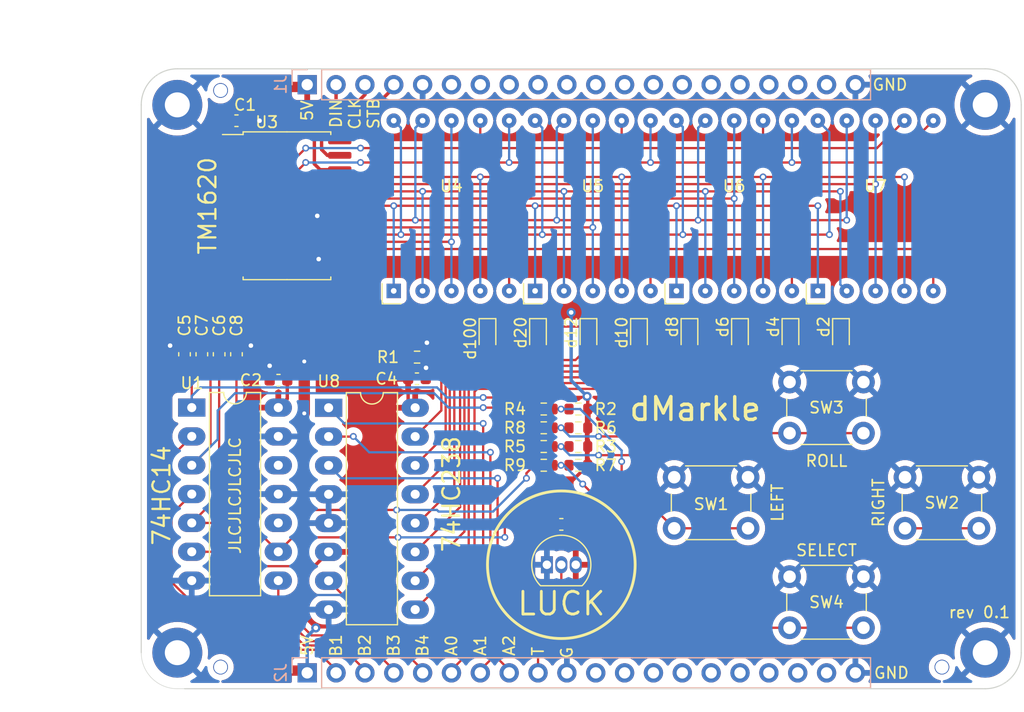
<source format=kicad_pcb>
(kicad_pcb (version 20211014) (generator pcbnew)
  (layers (0 "F.Cu" signal) (31 "B.Cu" signal) (34 "B.Paste" user) (35 "F.Paste" user) (36 "B.SilkS" user "B.Silkscreen") (37 "F.SilkS" user "F.Silkscreen") (38 "B.Mask" user) (39 "F.Mask" user) (44 "Edge.Cuts" user))
  (net 0 "")
  (net 1 "VCC")
  (net 2 "GND")
  (net 5 "/TEMP")
  (net 6 "/S1")
  (net 7 "/S2")
  (net 8 "/S3")
  (net 9 "/S4")
  (net 10 "/S5")
  (net 11 "/S6")
  (net 12 "/S7")
  (net 13 "/S8")
  (net 16 "/G4")
  (net 17 "/G3")
  (net 18 "/G2")
  (net 19 "/G1")
  (net 20 "/DIN")
  (net 21 "/CLK")
  (net 22 "/STB")
  (net 23 "/d100")
  (net 24 "/d20")
  (net 25 "/d10")
  (net 26 "/d8")
  (net 27 "/d6")
  (net 28 "/d4")
  (net 29 "/d2")
  (net 30 "/AD0")
  (net 31 "/AD1")
  (net 32 "/AD2")
  (net 56 "/BTN4")
  (net 57 "/BTN3")
  (net 58 "/BTN2")
  (net 59 "/BTN1")
  (net 60 "/SW1_INV")
  (net 61 "/SW3_INV")
  (net 62 "/SW2_INV")
  (net 63 "/SW4_INV")
  (net 64 "/SW1_VD")
  (net 65 "/SW3_VD")
  (net 66 "/SW2_VD")
  (net 67 "/SW4_VD")
  (net 68 "/LED_CLR")
  (net 69 "/d12")
  (footprint "LED_SMD:LED_0603_1608Metric" (layer "F.Cu") (at 186.69 76.2 -90)
    (fp_text reference "D8" hide)
    (fp_text value "LED_AD")
  )
  (footprint "Resistor_SMD:R_0603_1608Metric" (layer "F.Cu") (at 160.528 85.979 180)
    (fp_text reference "R5")
    (fp_text value "100k")
  )
  (footprint "LED_SMD:LED_0603_1608Metric" (layer "F.Cu") (at 173.355 76.2 -90)
    (fp_text reference "D5" hide)
    (fp_text value "LED_AD")
  )
  (footprint "Package_DIP:DIP-16_W7.62mm_LongPads" (layer "F.Cu") (at 141.59 82.565)
    (fp_text reference "U8")
    (fp_text value "74HC238")
  )
  (footprint "JLCPCB_Fab_Library:ToolingHole" (layer "F.Cu") (at 132.08 105.41)
    (fp_text reference "H3" hide)
    (fp_text value "TH")
  )
  (footprint "Resistor_SMD:R_0603_1608Metric" (layer "F.Cu") (at 163.576 84.328)
    (fp_text reference "R6")
    (fp_text value "100k")
  )
  (footprint "Capacitor_SMD:C_0603_1608Metric" (layer "F.Cu") (at 137.175 80.137 180)
    (fp_text reference "C2")
    (fp_text value "100n")
  )
  (footprint "LED_SMD:LED_0603_1608Metric" (layer "F.Cu") (at 168.91 76.2 -90)
    (fp_text reference "D4" hide)
    (fp_text value "LED_AD")
  )
  (footprint "Resistor_SMD:R_0603_1608Metric" (layer "F.Cu") (at 160.528 84.328 180)
    (fp_text reference "R8")
    (fp_text value "100k")
  )
  (footprint "MountingHole:MountingHole_2.2mm_M2_Pad" (layer "F.Cu") (at 128.27 104.14)
    (fp_text reference "H7" hide)
    (fp_text value "M2")
  )
  (footprint "LED_SMD:LED_0603_1608Metric" (layer "F.Cu") (at 155.575 76.2 -90)
    (fp_text reference "D1" hide)
    (fp_text value "LED_AD")
  )
  (footprint "Capacitor_SMD:C_0603_1608Metric" (layer "F.Cu") (at 133.477 57.277)
    (fp_text reference "C1")
    (fp_text value "100n")
  )
  (footprint "LED_SMD:LED_0603_1608Metric" (layer "F.Cu") (at 160.02 76.2 -90)
    (fp_text reference "D2" hide)
    (fp_text value "LED_AD")
  )
  (footprint "MyParts-Library:157136B12701" (layer "F.Cu") (at 177.292 64.77)
    (fp_text reference "U6")
    (fp_text value "157136B12701")
  )
  (footprint "LED_SMD:LED_0603_1608Metric" (layer "F.Cu") (at 177.8 76.2 -90)
    (fp_text reference "D6" hide)
    (fp_text value "LED_AD")
  )
  (footprint "MountingHole:MountingHole_2.2mm_M2_Pad" (layer "F.Cu") (at 128.27 55.88)
    (fp_text reference "H1" hide)
    (fp_text value "M2")
  )
  (footprint "Resistor_SMD:R_0603_1608Metric" (layer "F.Cu") (at 163.576 82.677)
    (fp_text reference "R2")
    (fp_text value "100k")
  )
  (footprint "LED_SMD:LED_0603_1608Metric" (layer "F.Cu") (at 182.245 76.2 -90)
    (fp_text reference "D7" hide)
    (fp_text value "LED_AD")
  )
  (footprint "Resistor_SMD:R_0603_1608Metric" (layer "F.Cu") (at 160.528 82.677 180)
    (fp_text reference "R4")
    (fp_text value "100k")
  )
  (footprint "JLCPCB_Fab_Library:ToolingHole" (layer "F.Cu") (at 132.08 54.61)
    (fp_text reference "H2" hide)
    (fp_text value "TH")
  )
  (footprint "Capacitor_SMD:C_0603_1608Metric" (layer "F.Cu") (at 149.365 80.01)
    (fp_text reference "C4")
    (fp_text value "100n")
  )
  (footprint "Package_SO:SOIC-20W_7.5x12.8mm_P1.27mm" (layer "F.Cu") (at 137.922 64.77)
    (fp_text reference "U3")
    (fp_text value "TM1620")
  )
  (footprint "MountingHole:MountingHole_2.2mm_M2_Pad" (layer "F.Cu") (at 199.39 55.88)
    (fp_text reference "H4" hide)
    (fp_text value "M2")
  )
  (footprint "JLCPCB_Fab_Library:ToolingHole" (layer "F.Cu") (at 195.58 105.41)
    (fp_text reference "H5" hide)
    (fp_text value "TH")
  )
  (footprint "MountingHole:MountingHole_2.2mm_M2_Pad" (layer "F.Cu") (at 199.39 104.14)
    (fp_text reference "H6" hide)
    (fp_text value "M2")
  )
  (footprint "Capacitor_SMD:C_0603_1608Metric" (layer "F.Cu") (at 130.429 77.851 90)
    (fp_text reference "C7")
    (fp_text value "100n")
  )
  (footprint "Button_Switch_THT:SW_PUSH_6mm" (layer "F.Cu") (at 182.17 97.445)
    (fp_text reference "SW4")
    (fp_text value "SW_Push")
  )
  (footprint "Resistor_SMD:R_0603_1608Metric" (layer "F.Cu") (at 163.576 87.63)
    (fp_text reference "R7")
    (fp_text value "100k")
  )
  (footprint "Resistor_SMD:R_0603_1608Metric" (layer "F.Cu") (at 163.576 85.979)
    (fp_text reference "R3")
    (fp_text value "100k")
  )
  (footprint "Resistor_SMD:R_0603_1608Metric" (layer "F.Cu") (at 149.3775 78.105 180)
    (fp_text reference "R1")
    (fp_text value "300")
  )
  (footprint "Capacitor_SMD:C_0603_1608Metric" (layer "F.Cu") (at 133.477 77.851 90)
    (fp_text reference "C8")
    (fp_text value "100n")
  )
  (footprint "Capacitor_SMD:C_0603_1608Metric" (layer "F.Cu") (at 128.905 77.851 90)
    (fp_text reference "C5")
    (fp_text value "100n")
  )
  (footprint "Package_TO_SOT_THT:TO-92_Inline" (layer "F.Cu") (at 160.805 96.393)
    (fp_text reference "U2" hide)
    (fp_text value "DS1822")
  )
  (footprint "Package_DIP:DIP-14_W7.62mm_LongPads" (layer "F.Cu") (at 129.54 82.55)
    (fp_text reference "U1")
    (fp_text value "74HC14")
  )
  (footprint "MyParts-Library:157136B12701" (layer "F.Cu") (at 164.846 64.77)
    (fp_text reference "U5")
    (fp_text value "157136B12701")
  )
  (footprint "Button_Switch_THT:SW_PUSH_6mm" (layer "F.Cu") (at 172.01 88.682)
    (fp_text reference "SW1")
    (fp_text value "SW_Push")
  )
  (footprint "Button_Switch_THT:SW_PUSH_6mm" (layer "F.Cu") (at 182.17 80.3)
    (fp_text reference "SW3")
    (fp_text value "SW_Push")
  )
  (footprint "Capacitor_SMD:C_0603_1608Metric" (layer "F.Cu") (at 131.953 77.851 90)
    (fp_text reference "C6")
    (fp_text value "100n")
  )
  (footprint "MyParts-Library:157136B12701" (layer "F.Cu") (at 152.4 64.77)
    (fp_text reference "U4")
    (fp_text value "157136B12701")
  )
  (footprint "Button_Switch_THT:SW_PUSH_6mm" (layer "F.Cu") (at 192.33 88.682)
    (fp_text reference "SW2")
    (fp_text value "SW_Push")
  )
  (footprint "Resistor_SMD:R_0603_1608Metric" (layer "F.Cu") (at 160.528 87.63 180)
    (fp_text reference "R9")
    (fp_text value "100k")
  )
  (footprint "Capacitor_SMD:C_0603_1608Metric" (layer "F.Cu") (at 162.075 92.837 180)
    (fp_text reference "C3" hide)
    (fp_text value "100n")
  )
  (footprint "LED_SMD:LED_0603_1608Metric" (layer "F.Cu") (at 164.465 76.2 -90)
    (fp_text reference "D3" hide)
    (fp_text value "LED_AD")
  )
  (footprint "MyParts-Library:157136B12701" (layer "F.Cu") (at 189.738 64.77)
    (fp_text reference "U7")
    (fp_text value "157136B12701")
  )
  (footprint "Connector_PinHeader_2.54mm:PinHeader_1x20_P2.54mm_Vertical" (layer "B.Cu") (at 139.705 54.102 -90)
    (fp_text reference "J1")
    (fp_text value "HDR_TOP")
  )
  (footprint "Connector_PinHeader_2.54mm:PinHeader_1x20_P2.54mm_Vertical" (layer "B.Cu") (at 139.705 105.918 -90)
    (fp_text reference "J2")
    (fp_text value "HDR_BTM")
  )
  (gr_circle (center 162.075 96.393) (end 168.575 96.393) (layer "F.SilkS") (width 0.25) (fill none))
  (gr_arc (start 125.095 55.88) (mid 126.024936 53.634936) (end 128.27 52.705) (layer "Edge.Cuts") (width 0.1))
  (gr_line (start 128.905 107.315) (end 128.27 107.315) (layer "Edge.Cuts") (width 0.05))
  (gr_arc (start 128.27 107.315) (mid 126.024936 106.385064) (end 125.095 104.14) (layer "Edge.Cuts") (width 0.05))
  (gr_line (start 128.27 52.705) (end 199.39 52.705) (layer "Edge.Cuts") (width 0.1))
  (gr_line (start 199.39 107.315) (end 128.905 107.315) (layer "Edge.Cuts") (width 0.1))
  (gr_arc (start 202.565 104.14) (mid 201.635064 106.385064) (end 199.39 107.315) (layer "Edge.Cuts") (width 0.1))
  (gr_arc (start 199.39 52.705) (mid 201.635064 53.634936) (end 202.565 55.88) (layer "Edge.Cuts") (width 0.1))
  (gr_line (start 202.565 55.88) (end 202.565 104.14) (layer "Edge.Cuts") (width 0.1))
  (gr_line (start 125.095 104.14) (end 125.095 55.88) (layer "Edge.Cuts") (width 0.1))
  (gr_text "d100" (at 154.051 76.454 90) (layer "F.SilkS") (effects (font (size 1 1))))
  (gr_text "LUCK" (at 162.075 99.822) (layer "F.SilkS") (effects (font (size 2 2) (thickness 0.25))))
  (gr_text "d6" (at 176.276 75.438 90) (layer "F.SilkS") (effects (font (size 1 1))))
  (gr_text "A2" (at 157.48 103.505 90) (layer "F.SilkS") (effects (font (size 1 1))))
  (gr_text "5V" (at 139.7 56.388 90) (layer "F.SilkS") (effects (font (size 1 1))))
  (gr_text "5V" (at 139.7 103.505 90) (layer "F.SilkS") (effects (font (size 1 1))))
  (gr_text "dMarkle" (at 173.863 82.677) (layer "F.SilkS") (effects (font (size 2 2) (thickness 0.3))))
  (gr_text "B1" (at 142.24 103.505 90) (layer "F.SilkS") (effects (font (size 1 1))))
  (gr_text "DIN" (at 142.24 56.642 90) (layer "F.SilkS") (effects (font (size 1 1))))
  (gr_text "rev 0.1" (at 198.882 100.584) (layer "F.SilkS") (effects (font (size 1 1))))
  (gr_text "GND" (at 191.135 105.918) (layer "F.SilkS") (effects (font (size 1 1))))
  (gr_text "LEFT" (at 181.102 90.932 90) (layer "F.SilkS") (effects (font (size 1 1))))
  (gr_text "d12" (at 162.941 75.946 90) (layer "F.SilkS") (effects (font (size 1 1))))
  (gr_text "ROLL" (at 185.42 87.249) (layer "F.SilkS") (effects (font (size 1 1))))
  (gr_text "CLK" (at 143.891 56.642 90) (layer "F.SilkS") (effects (font (size 1 1))))
  (gr_text "B4" (at 149.86 103.505 90) (layer "F.SilkS") (effects (font (size 1 1))))
  (gr_text "A0" (at 152.4 103.505 90) (layer "F.SilkS") (effects (font (size 1 1))))
  (gr_text "d10" (at 167.386 75.946 90) (layer "F.SilkS") (effects (font (size 1 1))))
  (gr_text "B3" (at 147.32 103.505 90) (layer "F.SilkS") (effects (font (size 1 1))))
  (gr_text "d4" (at 180.721 75.438 90) (layer "F.SilkS") (effects (font (size 1 1))))
  (gr_text "d20" (at 158.496 75.946 90) (layer "F.SilkS") (effects (font (size 1 1))))
  (gr_text "d8" (at 171.831 75.438 90) (layer "F.SilkS") (effects (font (size 1 1))))
  (gr_text "A1" (at 154.94 103.505 90) (layer "F.SilkS") (effects (font (size 1 1))))
  (gr_text "T" (at 160.02 104.013 90) (layer "F.SilkS") (effects (font (size 1 1))))
  (gr_text "GND" (at 191.008 54.102) (layer "F.SilkS") (effects (font (size 1 1))))
  (gr_text "d2" (at 185.166 75.438 90) (layer "F.SilkS") (effects (font (size 1 1))))
  (gr_text "G" (at 162.56 104.14 90) (layer "F.SilkS") (effects (font (size 1 1))))
  (gr_text "STB" (at 145.542 56.642 90) (layer "F.SilkS") (effects (font (size 1 1))))
  (gr_text "SELECT" (at 185.42 95.123) (layer "F.SilkS") (effects (font (size 1 1))))
  (gr_text "74HC238" (at 152.4 90.17 90) (layer "F.SilkS") (effects (font (size 1.5 1.5) (thickness 0.2))))
  (gr_text "RIGHT" (at 189.992 90.932 90) (layer "F.SilkS") (effects (font (size 1 1))))
  (gr_text "74HC14" (at 126.888 90.297 90) (layer "F.SilkS") (effects (font (size 1.5 1.5) (thickness 0.2))))
  (gr_text "JLCJLCJLCJLC" (at 133.35 90.297 90) (layer "F.SilkS") (effects (font (size 1 1))))
  (gr_text "B2" (at 144.78 103.505 90) (layer "F.SilkS") (effects (font (size 1 1))))
  (gr_text "TM1620" (at 130.937 64.77 90) (layer "F.SilkS") (effects (font (size 1.5 1.5) (thickness 0.2))))
  (segment (start 164.401 81.6215) (end 164.338 81.5585) (width 0.3) (layer "F.Cu") (net 1))
  (segment (start 137.795 105.664) (end 139.705 105.664) (width 0.8) (layer "F.Cu") (net 1))
  (segment (start 130.937 59.042) (end 130.937 71.501) (width 0.8) (layer "F.Cu") (net 1))
  (segment (start 148.59 80.01) (end 145.161 76.581) (width 0.3) (layer "F.Cu") (net 1))
  (segment (start 163.345 96.393) (end 163.345 93.332) (width 0.3) (layer "F.Cu") (net 1))
  (segment (start 148.59 81.945) (end 149.21 82.565) (width 0.3) (layer "F.Cu") (net 1))
  (segment (start 141.59 95.265) (end 139.573 97.282) (width 0.3) (layer "F.Cu") (net 1))
  (segment (start 162.85 89.181) (end 164.401 87.63) (width 0.3) (layer "F.Cu") (net 1))
  (segment (start 137.95 80.137) (end 137.95 75.974) (width 0.3) (layer "F.Cu") (net 1))
  (segment (start 137.95 81.76) (end 137.16 82.55) (width 0.3) (layer "F.Cu") (net 1))
  (segment (start 130.937 71.501) (end 126.365 76.073) (width 0.8) (layer "F.Cu") (net 1))
  (segment (start 132.702 57.277) (end 132.702 58.485) (width 0.8) (layer "F.Cu") (net 1))
  (segment (start 137.95 80.137) (end 137.95 81.76) (width 0.3) (layer "F.Cu") (net 1))
  (segment (start 164.401 82.677) (end 164.401 81.6215) (width 0.3) (layer "F.Cu") (net 1))
  (segment (start 134.747 54.356) (end 132.702 56.401) (width 0.8) (layer "F.Cu") (net 1))
  (segment (start 127.889 100.711) (end 132.842 100.711) (width 0.8) (layer "F.Cu") (net 1))
  (segment (start 164.401 87.63) (end 164.401 82.677) (width 0.3) (layer "F.Cu") (net 1))
  (segment (start 139.573 101.045662) (end 140.462 101.934662) (width 0.3) (layer "F.Cu") (net 1))
  (segment (start 126.365 76.073) (end 126.365 99.187) (width 0.8) (layer "F.Cu") (net 1))
  (segment (start 163.345 93.332) (end 162.85 92.837) (width 0.3) (layer "F.Cu") (net 1))
  (segment (start 130.937 71.501) (end 133.604 74.168) (width 0.8) (layer "F.Cu") (net 1))
  (segment (start 132.702 56.401) (end 132.702 57.277) (width 0.8) (layer "F.Cu") (net 1))
  (segment (start 132.842 100.711) (end 137.795 105.664) (width 0.8) (layer "F.Cu") (net 1))
  (segment (start 137.95 75.974) (end 136.144 74.168) (width 0.3) (layer "F.Cu") (net 1))
  (segment (start 162.85 92.837) (end 162.85 89.181) (width 0.3) (layer "F.Cu") (net 1))
  (segment (start 136.144 74.168) (end 145.161 74.168) (width 0.8) (layer "F.Cu") (net 1))
  (segment (start 133.604 74.168) (end 136.144 74.168) (width 0.8) (layer "F.Cu") (net 1))
  (segment (start 145.161 74.168) (end 162.941 74.168) (width 0.8) (layer "F.Cu") (net 1))
  (segment (start 139.705 54.356) (end 134.747 54.356) (width 0.8) (layer "F.Cu") (net 1))
  (segment (start 140.462 101.934662) (end 140.462 101.9565) (width 0.3) (layer "F.Cu") (net 1))
  (segment (start 148.59 80.01) (end 148.59 81.945) (width 0.3) (layer "F.Cu") (net 1))
  (segment (start 145.161 76.581) (end 145.161 74.168) (width 0.3) (layer "F.Cu") (net 1))
  (segment (start 132.702 58.485) (end 133.272 59.055) (width 0.8) (layer "F.Cu") (net 1))
  (segment (start 126.365 99.187) (end 127.889 100.711) (width 0.8) (layer "F.Cu") (net 1))
  (segment (start 132.702 57.277) (end 130.937 59.042) (width 0.8) (layer "F.Cu") (net 1))
  (segment (start 139.573 97.282) (end 139.573 101.045662) (width 0.3) (layer "F.Cu") (net 1))
  (via (at 164.338 81.5585) (size 0.8) (drill 0.4) (layers "F.Cu" "B.Cu") (net 1))
  (via (at 162.941 74.168) (size 0.8) (drill 0.4) (layers "F.Cu" "B.Cu") (net 1))
  (via (at 140.462 101.9565) (size 0.8) (drill 0.4) (layers "F.Cu" "B.Cu") (net 1))
  (segment (start 164.338 81.5585) (end 162.941 80.1615) (width 0.3) (layer "B.Cu") (net 1))
  (segment (start 139.705 102.7135) (end 139.705 105.664) (width 0.3) (layer "B.Cu") (net 1))
  (segment (start 162.941 80.1615) (end 162.941 74.168) (width 0.3) (layer "B.Cu") (net 1))
  (segment (start 140.462 101.9565) (end 139.705 102.7135) (width 0.3) (layer "B.Cu") (net 1))
  (segment (start 139.446 83.058) (end 139.446 78.486) (width 1) (layer "F.Cu") (net 2))
  (segment (start 128.905 77.076) (end 127.648 77.076) (width 0.3) (layer "F.Cu") (net 2))
  (segment (start 160.805 93.332) (end 161.3 92.837) (width 0.3) (layer "F.Cu") (net 2))
  (segment (start 142.572 65.405) (end 140.843 65.405) (width 0.3) (layer "F.Cu") (net 2))
  (segment (start 140.843 65.405) (end 140.589 65.659) (width 0.3) (layer "F.Cu") (net 2))
  (segment (start 160.805 96.393) (end 160.805 93.332) (width 0.3) (layer "F.Cu") (net 2))
  (segment (start 150.165 78.105) (end 150.165 79.045) (width 0.3) (layer "F.Cu") (net 2))
  (segment (start 136.4 78.869) (end 136.398 78.867) (width 0.3) (layer "F.Cu") (net 2))
  (segment (start 140.97 69.215) (end 140.716 69.469) (width 0.3) (layer "F.Cu") (net 2))
  (segment (start 150.14 79.07) (end 150.165 79.045) (width 0.3) (layer "F.Cu") (net 2))
  (segment (start 150.165 78.105) (end 150.165 76.911) (width 0.3) (layer "F.Cu") (net 2))
  (segment (start 133.477 77.076) (end 134.734 77.076) (width 0.3) (layer "F.Cu") (net 2))
  (segment (start 150.14 80.01) (end 150.14 79.07) (width 0.3) (layer "F.Cu") (net 2))
  (segment (start 142.572 69.215) (end 140.97 69.215) (width 0.3) (layer "F.Cu") (net 2))
  (segment (start 128.905 77.076) (end 133.477 77.076) (width 0.3) (layer "F.Cu") (net 2))
  (segment (start 127.648 77.076) (end 127.635 77.089) (width 0.3) (layer "F.Cu") (net 2))
  (segment (start 136.4 80.137) (end 136.4 78.869) (width 0.3) (layer "F.Cu") (net 2))
  (segment (start 134.734 77.076) (end 134.747 77.089) (width 0.3) (layer "F.Cu") (net 2))
  (segment (start 150.165 76.911) (end 150.241 76.835) (width 0.3) (layer "F.Cu") (net 2))
  (segment (start 134.252 57.277) (end 135.509 57.277) (width 0.3) (layer "F.Cu") (net 2))
  (via (at 127.635 77.089) (size 0.8) (drill 0.4) (layers "F.Cu" "B.Cu") (net 2))
  (via (at 140.589 65.659) (size 0.8) (drill 0.4) (layers "F.Cu" "B.Cu") (net 2))
  (via (at 150.165 79.045) (size 0.8) (drill 0.4) (layers "F.Cu" "B.Cu") (net 2))
  (via (at 150.241 76.835) (size 0.8) (drill 0.4) (layers "F.Cu" "B.Cu") (net 2))
  (via (at 139.446 78.486) (size 0.6) (drill 0.35) (layers "F.Cu" "B.Cu") (net 2))
  (via (at 139.446 83.058) (size 0.6) (drill 0.35) (layers "F.Cu" "B.Cu") (net 2))
  (via (at 140.716 69.469) (size 0.8) (drill 0.4) (layers "F.Cu" "B.Cu") (net 2))
  (via (at 134.747 77.089) (size 0.8) (drill 0.4) (layers "F.Cu" "B.Cu") (net 2))
  (via (at 135.509 57.277) (size 0.8) (drill 0.4) (layers "F.Cu" "B.Cu") (net 2))
  (via (at 136.398 78.867) (size 0.8) (drill 0.4) (layers "F.Cu" "B.Cu") (net 2))
  (segment (start 140.208 99.06) (end 143.129 99.06) (width 0.2) (layer "B.Cu") (net 2))
  (segment (start 162.075 98.656) (end 162.075 96.393) (width 0.2) (layer "F.Cu") (net 5))
  (segment (start 160.025 105.664) (end 160.025 100.706) (width 0.2) (layer "F.Cu") (net 5))
  (segment (start 160.025 100.706) (end 162.075 98.656) (width 0.2) (layer "F.Cu") (net 5))
  (segment (start 167.386 57.27) (end 167.386 59.69) (width 0.2) (layer "F.Cu") (net 6))
  (segment (start 167.386 59.69) (end 179.832 59.69) (width 0.2) (layer "F.Cu") (net 6))
  (segment (start 179.832 59.69) (end 189.858 59.69) (width 0.2) (layer "F.Cu") (net 6))
  (segment (start 179.832 57.27) (end 179.832 59.69) (width 0.2) (layer "F.Cu") (net 6))
  (segment (start 144.399 59.69) (end 154.94 59.69) (width 0.2) (layer "F.Cu") (net 6))
  (segment (start 189.858 59.69) (end 192.278 57.27) (width 0.2) (layer "F.Cu") (net 6))
  (segment (start 133.272 60.325) (end 138.938 60.325) (width 0.2) (layer "F.Cu") (net 6))
  (segment (start 154.94 59.69) (end 167.386 59.69) (width 0.2) (layer "F.Cu") (net 6))
  (segment (start 154.94 57.27) (end 154.94 59.69) (width 0.2) (layer "F.Cu") (net 6))
  (segment (start 138.938 60.325) (end 139.573 59.69) (width 0.2) (layer "F.Cu") (net 6))
  (via (at 144.399 59.69) (size 0.6) (drill 0.35) (layers "F.Cu" "B.Cu") (net 6))
  (via (at 139.573 59.69) (size 0.6) (drill 0.35) (layers "F.Cu" "B.Cu") (net 6))
  (segment (start 139.573 59.69) (end 144.399 59.69) (width 0.2) (layer "B.Cu") (net 6))
  (segment (start 182.372 60.96) (end 191.128 60.96) (width 0.2) (layer "F.Cu") (net 7))
  (segment (start 157.48 60.96) (end 169.926 60.96) (width 0.2) (layer "F.Cu") (net 7))
  (segment (start 169.926 60.96) (end 182.372 60.96) (width 0.2) (layer "F.Cu") (net 7))
  (segment (start 144.399 60.96) (end 157.48 60.96) (width 0.2) (layer "F.Cu") (net 7))
  (segment (start 133.272 61.595) (end 138.938 61.595) (width 0.2) (layer "F.Cu") (net 7))
  (segment (start 138.938 61.595) (end 139.573 60.96) (width 0.2) (layer "F.Cu") (net 7))
  (segment (start 191.128 60.96) (end 194.818 57.27) (width 0.2) (layer "F.Cu") (net 7))
  (via (at 169.926 60.96) (size 0.6) (drill 0.35) (layers "F.Cu" "B.Cu") (net 7))
  (via (at 157.48 60.96) (size 0.6) (drill 0.35) (layers "F.Cu" "B.Cu") (net 7))
  (via (at 139.573 60.96) (size 0.6) (drill 0.35) (layers "F.Cu" "B.Cu") (net 7))
  (via (at 182.372 60.96) (size 0.6) (drill 0.35) (layers "F.Cu" "B.Cu") (net 7))
  (via (at 144.399 60.96) (size 0.6) (drill 0.35) (layers "F.Cu" "B.Cu") (net 7))
  (segment (start 139.573 60.96) (end 144.399 60.96) (width 0.2) (layer "B.Cu") (net 7))
  (segment (start 157.48 57.27) (end 157.48 60.96) (width 0.2) (layer "B.Cu") (net 7))
  (segment (start 169.926 57.27) (end 169.926 60.96) (width 0.2) (layer "B.Cu") (net 7))
  (segment (start 182.372 57.27) (end 182.372 60.96) (width 0.2) (layer "B.Cu") (net 7))
  (segment (start 133.272 62.865) (end 140.335 62.865) (width 0.2) (layer "F.Cu") (net 8))
  (segment (start 167.386 62.23) (end 179.832 62.23) (width 0.2) (layer "F.Cu") (net 8))
  (segment (start 190.881 62.23) (end 192.278 62.23) (width 0.2) (layer "F.Cu") (net 8))
  (segment (start 179.832 62.23) (end 190.881 62.23) (width 0.2) (layer "F.Cu") (net 8))
  (segment (start 140.335 62.865) (end 140.97 62.23) (width 0.2) (layer "F.Cu") (net 8))
  (segment (start 140.97 62.23) (end 154.94 62.23) (width 0.2) (layer "F.Cu") (net 8))
  (segment (start 154.94 62.23) (end 167.386 62.23) (width 0.2) (layer "F.Cu") (net 8))
  (via (at 179.832 62.23) (size 0.6) (drill 0.35) (layers "F.Cu" "B.Cu") (net 8))
  (via (at 154.94 62.23) (size 0.6) (drill 0.35) (layers "F.Cu" "B.Cu") (net 8))
  (via (at 192.278 62.23) (size 0.6) (drill 0.35) (layers "F.Cu" "B.Cu") (net 8))
  (via (at 167.386 62.23) (size 0.6) (drill 0.35) (layers "F.Cu" "B.Cu") (net 8))
  (segment (start 154.94 72.27) (end 154.94 62.23) (width 0.2) (layer "B.Cu") (net 8))
  (segment (start 179.832 72.27) (end 179.832 62.23) (width 0.2) (layer "B.Cu") (net 8))
  (segment (start 192.278 62.23) (end 192.278 72.27) (width 0.2) (layer "B.Cu") (net 8))
  (segment (start 167.386 72.27) (end 167.386 62.23) (width 0.2) (layer "B.Cu") (net 8))
  (segment (start 149.86 63.5) (end 162.306 63.5) (width 0.2) (layer "F.Cu") (net 9))
  (segment (start 140.335 64.135) (end 140.97 63.5) (width 0.2) (layer "F.Cu") (net 9))
  (segment (start 133.272 64.135) (end 140.335 64.135) (width 0.2) (layer "F.Cu") (net 9))
  (segment (start 140.97 63.5) (end 149.86 63.5) (width 0.2) (layer "F.Cu") (net 9))
  (segment (start 174.752 63.5) (end 186.055 63.5) (width 0.2) (layer "F.Cu") (net 9))
  (segment (start 162.306 63.5) (end 174.752 63.5) (width 0.2) (layer "F.Cu") (net 9))
  (segment (start 186.055 63.5) (end 186.6385 63.5) (width 0.2) (layer "F.Cu") (net 9))
  (via (at 162.306 63.5) (size 0.6) (drill 0.35) (layers "F.Cu" "B.Cu") (net 9))
  (via (at 186.6385 63.5) (size 0.6) (drill 0.35) (layers "F.Cu" "B.Cu") (net 9))
  (via (at 174.752 63.5) (size 0.6) (drill 0.35) (layers "F.Cu" "B.Cu") (net 9))
  (via (at 149.86 63.5) (size 0.6) (drill 0.35) (layers "F.Cu" "B.Cu") (net 9))
  (segment (start 186.6385 71.7105) (end 187.198 72.27) (width 0.2) (layer "B.Cu") (net 9))
  (segment (start 186.6385 63.5) (end 186.6385 71.7105) (width 0.2) (layer "B.Cu") (net 9))
  (segment (start 174.752 72.27) (end 174.752 63.5) (width 0.2) (layer "B.Cu") (net 9))
  (segment (start 162.306 72.27) (end 162.306 63.5) (width 0.2) (layer "B.Cu") (net 9))
  (segment (start 149.86 72.27) (end 149.86 63.5) (width 0.2) (layer "B.Cu") (net 9))
  (segment (start 172.212 64.77) (end 184.658 64.77) (width 0.2) (layer "F.Cu") (net 10))
  (segment (start 140.208 64.77) (end 147.32 64.77) (width 0.2) (layer "F.Cu") (net 10))
  (segment (start 159.766 64.77) (end 172.212 64.77) (width 0.2) (layer "F.Cu") (net 10))
  (segment (start 139.573 65.405) (end 140.208 64.77) (width 0.2) (layer "F.Cu") (net 10))
  (segment (start 147.32 64.77) (end 159.766 64.77) (width 0.2) (layer "F.Cu") (net 10))
  (segment (start 133.272 65.405) (end 139.573 65.405) (width 0.2) (layer "F.Cu") (net 10))
  (via (at 147.32 64.77) (size 0.6) (drill 0.35) (layers "F.Cu" "B.Cu") (net 10))
  (via (at 172.212 64.77) (size 0.6) (drill 0.35) (layers "F.Cu" "B.Cu") (net 10))
  (via (at 184.658 64.77) (size 0.6) (drill 0.35) (layers "F.Cu" "B.Cu") (net 10))
  (via (at 159.766 64.77) (size 0.6) (drill 0.35) (layers "F.Cu" "B.Cu") (net 10))
  (segment (start 184.658 64.77) (end 184.658 72.27) (width 0.2) (layer "B.Cu") (net 10))
  (segment (start 159.766 72.27) (end 159.766 64.77) (width 0.2) (layer "B.Cu") (net 10))
  (segment (start 147.32 72.27) (end 147.32 64.77) (width 0.2) (layer "B.Cu") (net 10))
  (segment (start 172.212 72.27) (end 172.212 64.77) (width 0.2) (layer "B.Cu") (net 10))
  (segment (start 161.671 66.04) (end 174.117 66.04) (width 0.2) (layer "F.Cu") (net 11))
  (segment (start 174.117 66.04) (end 187.198 66.04) (width 0.2) (layer "F.Cu") (net 11))
  (segment (start 149.225 66.04) (end 161.671 66.04) (width 0.2) (layer "F.Cu") (net 11))
  (segment (start 140.589 66.675) (end 141.224 66.04) (width 0.2) (layer "F.Cu") (net 11))
  (segment (start 133.272 66.675) (end 140.589 66.675) (width 0.2) (layer "F.Cu") (net 11))
  (segment (start 141.224 66.04) (end 149.225 66.04) (width 0.2) (layer "F.Cu") (net 11))
  (via (at 161.671 66.04) (size 0.6) (drill 0.35) (layers "F.Cu" "B.Cu") (net 11))
  (via (at 187.198 66.04) (size 0.6) (drill 0.35) (layers "F.Cu" "B.Cu") (net 11))
  (via (at 149.225 66.04) (size 0.6) (drill 0.35) (layers "F.Cu" "B.Cu") (net 11))
  (via (at 174.117 66.04) (size 0.6) (drill 0.35) (layers "F.Cu" "B.Cu") (net 11))
  (segment (start 149.225 57.905) (end 149.225 66.04) (width 0.2) (layer "B.Cu") (net 11))
  (segment (start 187.198 66.04) (end 187.198 57.27) (width 0.2) (layer "B.Cu") (net 11))
  (segment (start 174.117 57.905) (end 174.117 66.04) (width 0.2) (layer "B.Cu") (net 11))
  (segment (start 161.671 57.905) (end 161.671 66.04) (width 0.2) (layer "B.Cu") (net 11))
  (segment (start 149.86 57.27) (end 149.225 57.905) (width 0.2) (layer "B.Cu") (net 11))
  (segment (start 162.306 57.27) (end 161.671 57.905) (width 0.2) (layer "B.Cu") (net 11))
  (segment (start 174.752 57.27) (end 174.117 57.905) (width 0.2) (layer "B.Cu") (net 11))
  (segment (start 133.272 67.945) (end 140.335 67.945) (width 0.2) (layer "F.Cu") (net 12))
  (segment (start 140.97 67.31) (end 147.955 67.31) (width 0.2) (layer "F.Cu") (net 12))
  (segment (start 140.335 67.945) (end 140.97 67.31) (width 0.2) (layer "F.Cu") (net 12))
  (segment (start 147.955 67.31) (end 160.401 67.31) (width 0.2) (layer "F.Cu") (net 12))
  (segment (start 160.401 67.31) (end 185.674 67.31) (width 0.2) (layer "F.Cu") (net 12))
  (via (at 160.401 67.31) (size 0.6) (drill 0.35) (layers "F.Cu" "B.Cu") (net 12))
  (via (at 172.7715 67.31) (size 0.6) (drill 0.35) (layers "F.Cu" "B.Cu") (net 12))
  (via (at 185.674 67.31) (size 0.6) (drill 0.35) (layers "F.Cu" "B.Cu") (net 12))
  (via (at 147.955 67.31) (size 0.6) (drill 0.35) (layers "F.Cu" "B.Cu") (net 12))
  (segment (start 185.674 58.286) (end 184.658 57.27) (width 0.2) (layer "B.Cu") (net 12))
  (segment (start 172.212 57.27) (end 172.7715 57.8295) (width 0.2) (layer "B.Cu") (net 12))
  (segment (start 147.32 57.27) (end 147.955 57.905) (width 0.2) (layer "B.Cu") (net 12))
  (segment (start 147.955 57.905) (end 147.955 67.31) (width 0.2) (layer "B.Cu") (net 12))
  (segment (start 160.401 57.905) (end 160.401 67.31) (width 0.2) (layer "B.Cu") (net 12))
  (segment (start 172.7715 57.8295) (end 172.7715 67.31) (width 0.2) (layer "B.Cu") (net 12))
  (segment (start 185.674 67.31) (end 185.674 58.286) (width 0.2) (layer "B.Cu") (net 12))
  (segment (start 159.766 57.27) (end 160.401 57.905) (width 0.2) (layer "B.Cu") (net 12))
  (segment (start 169.926 68.707) (end 169.799 68.58) (width 0.2) (layer "F.Cu") (net 13))
  (segment (start 194.31 68.58) (end 194.818 69.088) (width 0.2) (layer "F.Cu") (net 13))
  (segment (start 182.372 68.707) (end 182.245 68.58) (width 0.2) (layer "F.Cu") (net 13))
  (segment (start 194.818 69.088) (end 194.818 72.27) (width 0.2) (layer "F.Cu") (net 13))
  (segment (start 139.573 68.58) (end 157.353 68.58) (width 0.2) (layer "F.Cu") (net 13))
  (segment (start 169.926 72.27) (end 169.926 68.707) (width 0.2) (layer "F.Cu") (net 13))
  (segment (start 182.372 72.27) (end 182.372 68.707) (width 0.2) (layer "F.Cu") (net 13))
  (segment (start 138.938 69.215) (end 139.573 68.58) (width 0.2) (layer "F.Cu") (net 13))
  (segment (start 169.799 68.58) (end 182.245 68.58) (width 0.2) (layer "F.Cu") (net 13))
  (segment (start 157.48 72.27) (end 157.48 68.707) (width 0.2) (layer "F.Cu") (net 13))
  (segment (start 133.272 69.215) (end 138.938 69.215) (width 0.2) (layer "F.Cu") (net 13))
  (segment (start 182.245 68.58) (end 194.31 68.58) (width 0.2) (layer "F.Cu") (net 13))
  (segment (start 157.353 68.58) (end 169.799 68.58) (width 0.2) (layer "F.Cu") (net 13))
  (segment (start 157.48 68.707) (end 157.353 68.58) (width 0.2) (layer "F.Cu") (net 13))
  (segment (start 142.572 67.945) (end 152.4 67.945) (width 0.2) (layer "F.Cu") (net 16))
  (via (at 152.4 67.945) (size 0.6) (drill 0.35) (layers "F.Cu" "B.Cu") (net 16))
  (segment (start 152.4 67.945) (end 152.4 72.27) (width 0.2) (layer "B.Cu") (net 16))
  (segment (start 152.4 57.27) (end 152.4 67.945) (width 0.2) (layer "B.Cu") (net 16))
  (segment (start 142.572 66.675) (end 164.846 66.675) (width 0.2) (layer "F.Cu") (net 17))
  (via (at 164.846 66.675) (size 0.6) (drill 0.35) (layers "F.Cu" "B.Cu") (net 17))
  (segment (start 164.846 66.675) (end 164.846 72.27) (width 0.2) (layer "B.Cu") (net 17))
  (segment (start 164.846 57.27) (end 164.846 66.675) (width 0.2) (layer "B.Cu") (net 17))
  (segment (start 142.572 64.135) (end 177.292 64.135) (width 0.2) (layer "F.Cu") (net 18))
  (via (at 177.292 64.135) (size 0.6) (drill 0.35) (layers "F.Cu" "B.Cu") (net 18))
  (segment (start 177.292 64.135) (end 177.292 72.27) (width 0.2) (layer "B.Cu") (net 18))
  (segment (start 177.292 57.27) (end 177.292 64.135) (width 0.2) (layer "B.Cu") (net 18))
  (segment (start 142.572 62.865) (end 189.738 62.865) (width 0.2) (layer "F.Cu") (net 19))
  (via (at 189.738 62.865) (size 0.6) (drill 0.35) (layers "F.Cu" "B.Cu") (net 19))
  (segment (start 189.738 62.865) (end 189.738 72.27) (width 0.2) (layer "B.Cu") (net 19))
  (segment (start 189.738 57.27) (end 189.738 62.865) (width 0.2) (layer "B.Cu") (net 19))
  (segment (start 142.245 56.51) (end 142.245 54.356) (width 0.3) (layer "F.Cu") (net 20))
  (segment (start 140.335 58.42) (end 142.245 56.51) (width 0.3) (layer "F.Cu") (net 20))
  (segment (start 140.335 61.087) (end 140.335 58.42) (width 0.3) (layer "F.Cu") (net 20))
  (segment (start 142.572 61.595) (end 140.843 61.595) (width 0.3) (layer "F.Cu") (net 20))
  (segment (start 140.843 61.595) (end 140.335 61.087) (width 0.3) (layer "F.Cu") (net 20))
  (segment (start 142.572 60.325) (end 141.478 60.325) (width 0.3) (layer "F.Cu") (net 21))
  (segment (start 140.97 59.817) (end 140.97 58.801) (width 0.3) (layer "F.Cu") (net 21))
  (segment (start 140.97 58.801) (end 144.785 54.986) (width 0.3) (layer "F.Cu") (net 21))
  (segment (start 144.785 54.986) (end 144.785 54.356) (width 0.3) (layer "F.Cu") (net 21))
  (segment (start 141.478 60.325) (end 140.97 59.817) (width 0.3) (layer "F.Cu") (net 21))
  (segment (start 142.572 59.055) (end 142.626 59.055) (width 0.3) (layer "F.Cu") (net 22))
  (segment (start 142.626 59.055) (end 147.325 54.356) (width 0.3) (layer "F.Cu") (net 22))
  (segment (start 155.575 76.9875) (end 153.2635 76.9875) (width 0.2) (layer "F.Cu") (net 23))
  (segment (start 151.511 78.74) (end 151.511 82.804) (width 0.2) (layer "F.Cu") (net 23))
  (segment (start 151.511 82.804) (end 149.21 85.105) (width 0.2) (layer "F.Cu") (net 23))
  (segment (start 153.2635 76.9875) (end 151.511 78.74) (width 0.2) (layer "F.Cu") (net 23))
  (segment (start 153.035 77.978) (end 151.892 79.121) (width 0.2) (layer "F.Cu") (net 24))
  (segment (start 160.02 76.9875) (end 159.0295 77.978) (width 0.2) (layer "F.Cu") (net 24))
  (segment (start 151.892 84.963) (end 149.21 87.645) (width 0.2) (layer "F.Cu") (net 24))
  (segment (start 159.0295 77.978) (end 153.035 77.978) (width 0.2) (layer "F.Cu") (net 24))
  (segment (start 151.892 79.121) (end 151.892 84.963) (width 0.2) (layer "F.Cu") (net 24))
  (segment (start 152.654 89.535) (end 149.464 92.725) (width 0.2) (layer "F.Cu") (net 25))
  (segment (start 153.797 78.867) (end 152.654 80.01) (width 0.2) (layer "F.Cu") (net 25))
  (segment (start 149.464 92.725) (end 149.21 92.725) (width 0.2) (layer "F.Cu") (net 25))
  (segment (start 165.227 78.867) (end 153.797 78.867) (width 0.2) (layer "F.Cu") (net 25))
  (segment (start 167.1065 76.9875) (end 165.227 78.867) (width 0.2) (layer "F.Cu") (net 25))
  (segment (start 168.91 76.9875) (end 167.1065 76.9875) (width 0.2) (layer "F.Cu") (net 25))
  (segment (start 152.654 80.01) (end 152.654 89.535) (width 0.2) (layer "F.Cu") (net 25))
  (segment (start 153.162 80.264) (end 153.162 91.313) (width 0.2) (layer "F.Cu") (net 26))
  (segment (start 170.7895 76.9875) (end 168.402 79.375) (width 0.2) (layer "F.Cu") (net 26))
  (segment (start 173.355 76.9875) (end 170.7895 76.9875) (width 0.2) (layer "F.Cu") (net 26))
  (segment (start 154.051 79.375) (end 153.162 80.264) (width 0.2) (layer "F.Cu") (net 26))
  (segment (start 153.162 91.313) (end 149.21 95.265) (width 0.2) (layer "F.Cu") (net 26))
  (segment (start 168.402 79.375) (end 154.051 79.375) (width 0.2) (layer "F.Cu") (net 26))
  (segment (start 176.8855 76.9875) (end 173.99 79.883) (width 0.2) (layer "F.Cu") (net 27))
  (segment (start 153.543 80.518) (end 153.543 93.472) (width 0.2) (layer "F.Cu") (net 27))
  (segment (start 154.178 79.883) (end 153.543 80.518) (width 0.2) (layer "F.Cu") (net 27))
  (segment (start 173.99 79.883) (end 154.178 79.883) (width 0.2) (layer "F.Cu") (net 27))
  (segment (start 153.543 93.472) (end 149.21 97.805) (width 0.2) (layer "F.Cu") (net 27))
  (segment (start 177.8 76.9875) (end 176.8855 76.9875) (width 0.2) (layer "F.Cu") (net 27))
  (segment (start 182.245 76.9875) (end 179.8065 76.9875) (width 0.2) (layer "F.Cu") (net 28))
  (segment (start 176.403 80.391) (end 154.432 80.391) (width 0.2) (layer "F.Cu") (net 28))
  (segment (start 179.8065 76.9875) (end 176.403 80.391) (width 0.2) (layer "F.Cu") (net 28))
  (segment (start 153.924 95.631) (end 149.21 100.345) (width 0.2) (layer "F.Cu") (net 28))
  (segment (start 153.924 80.899) (end 153.924 95.631) (width 0.2) (layer "F.Cu") (net 28))
  (segment (start 154.432 80.391) (end 153.924 80.899) (width 0.2) (layer "F.Cu") (net 28))
  (segment (start 183.261 78.232) (end 180.086 78.232) (width 0.2) (layer "F.Cu") (net 29))
  (segment (start 180.086 78.232) (end 177.419 80.899) (width 0.2) (layer "F.Cu") (net 29))
  (segment (start 154.432 98.679) (end 151.003 102.108) (width 0.2) (layer "F.Cu") (net 29))
  (segment (start 145.893 102.108) (end 141.59 97.805) (width 0.2) (layer "F.Cu") (net 29))
  (segment (start 154.432 81.153) (end 154.432 98.679) (width 0.2) (layer "F.Cu") (net 29))
  (segment (start 186.69 76.9875) (end 184.5055 76.9875) (width 0.2) (layer "F.Cu") (net 29))
  (segment (start 184.5055 76.9875) (end 183.261 78.232) (width 0.2) (layer "F.Cu") (net 29))
  (segment (start 177.419 80.899) (end 154.686 80.899) (width 0.2) (layer "F.Cu") (net 29))
  (segment (start 154.686 80.899) (end 154.432 81.153) (width 0.2) (layer "F.Cu") (net 29))
  (segment (start 151.003 102.108) (end 145.893 102.108) (width 0.2) (layer "F.Cu") (net 29))
  (segment (start 155.194 83.947) (end 155.194 102.875) (width 0.2) (layer "F.Cu") (net 30))
  (segment (start 155.194 102.875) (end 152.405 105.664) (width 0.2) (layer "F.Cu") (net 30))
  (via (at 155.194 83.947) (size 0.6) (drill 0.35) (layers "F.Cu" "B.Cu") (net 30))
  (segment (start 155.194 83.947) (end 142.972 83.947) (width 0.2) (layer "B.Cu") (net 30))
  (segment (start 142.972 83.947) (end 141.59 82.565) (width 0.2) (layer "B.Cu") (net 30))
  (segment (start 143.749 85.105) (end 143.764 85.09) (width 0.2) (layer "F.Cu") (net 31))
  (segment (start 141.59 85.105) (end 143.749 85.105) (width 0.2) (layer "F.Cu") (net 31))
  (segment (start 155.829 86.487) (end 155.829 104.78) (width 0.2) (layer "F.Cu") (net 31))
  (segment (start 155.829 104.78) (end 154.945 105.664) (width 0.2) (layer "F.Cu") (net 31))
  (via (at 155.829 86.487) (size 0.6) (drill 0.35) (layers "F.Cu" "B.Cu") (net 31))
  (via (at 143.764 85.09) (size 0.6) (drill 0.35) (layers "F.Cu" "B.Cu") (net 31))
  (segment (start 155.829 86.487) (end 145.161 86.487) (width 0.2) (layer "B.Cu") (net 31))
  (segment (start 145.161 86.487) (end 143.764 85.09) (width 0.2) (layer "B.Cu") (net 31))
  (segment (start 156.464 88.773) (end 156.464 104.643) (width 0.2) (layer "F.Cu") (net 32))
  (segment (start 156.464 104.643) (end 157.485 105.664) (width 0.2) (layer "F.Cu") (net 32))
  (via (at 156.464 88.773) (size 0.6) (drill 0.35) (layers "F.Cu" "B.Cu") (net 32))
  (segment (start 156.464 88.773) (end 142.718 88.773) (width 0.2) (layer "B.Cu") (net 32))
  (segment (start 142.718 88.773) (end 141.59 87.645) (width 0.2) (layer "B.Cu") (net 32))
  (segment (start 146.817 102.616) (end 149.865 105.664) (width 0.2) (layer "F.Cu") (net 56))
  (segment (start 140.081 102.616) (end 146.817 102.616) (width 0.2) (layer "F.Cu") (net 56))
  (segment (start 137.16 99.695) (end 140.081 102.616) (width 0.2) (layer "F.Cu") (net 56))
  (segment (start 137.16 97.79) (end 137.16 99.695) (width 0.2) (layer "F.Cu") (net 56))
  (segment (start 129.54 95.25) (end 131.953 95.25) (width 0.2) (layer "F.Cu") (net 57))
  (segment (start 144.785 103.124) (end 147.325 105.664) (width 0.2) (layer "F.Cu") (net 57))
  (segment (start 131.953 95.25) (end 139.827 103.124) (width 0.2) (layer "F.Cu") (net 57))
  (segment (start 139.827 103.124) (end 144.785 103.124) (width 0.2) (layer "F.Cu") (net 57))
  (segment (start 135.255 99.314) (end 139.446 103.505) (width 0.2) (layer "F.Cu") (net 58))
  (segment (start 129.54 90.17) (end 127.762 91.948) (width 0.2) (layer "F.Cu") (net 58))
  (segment (start 127.762 91.948) (end 127.762 97.911066) (width 0.2) (layer "F.Cu") (net 58))
  (segment (start 139.446 103.505) (end 142.626 103.505) (width 0.2) (layer "F.Cu") (net 58))
  (segment (start 142.626 103.505) (end 144.785 105.664) (width 0.2) (layer "F.Cu") (net 58))
  (segment (start 127.762 97.911066) (end 129.164934 99.314) (width 0.2) (layer "F.Cu") (net 58))
  (segment (start 129.164934 99.314) (end 135.255 99.314) (width 0.2) (layer "F.Cu") (net 58))
  (segment (start 134.98 99.674) (end 139.192 103.886) (width 0.2) (layer "F.Cu") (net 59))
  (segment (start 129.015818 99.674) (end 134.98 99.674) (width 0.2) (layer "F.Cu") (net 59))
  (segment (start 127.254 87.376) (end 127.254 97.912182) (width 0.2) (layer "F.Cu") (net 59))
  (segment (start 139.192 103.886) (end 140.467 103.886) (width 0.2) (layer "F.Cu") (net 59))
  (segment (start 127.254 97.912182) (end 129.015818 99.674) (width 0.2) (layer "F.Cu") (net 59))
  (segment (start 140.467 103.886) (end 142.245 105.664) (width 0.2) (layer "F.Cu") (net 59))
  (segment (start 129.54 85.09) (end 127.254 87.376) (width 0.2) (layer "F.Cu") (net 59))
  (segment (start 129.54 79.261) (end 128.905 78.626) (width 0.2) (layer "F.Cu") (net 60))
  (segment (start 159.703 82.677) (end 158.687 81.661) (width 0.2) (layer "F.Cu") (net 60))
  (segment (start 158.687 81.661) (end 155.194 81.661) (width 0.2) (layer "F.Cu") (net 60))
  (segment (start 129.54 82.55) (end 129.54 79.261) (width 0.2) (layer "F.Cu") (net 60))
  (via (at 155.194 81.661) (size 0.6) (drill 0.35) (layers "F.Cu" "B.Cu") (net 60))
  (segment (start 151.13 80.772) (end 130.302 80.772) (width 0.2) (layer "B.Cu") (net 60))
  (segment (start 130.302 80.772) (end 129.54 81.534) (width 0.2) (layer "B.Cu") (net 60))
  (segment (start 152.019 81.661) (end 151.13 80.772) (width 0.2) (layer "B.Cu") (net 60))
  (segment (start 155.194 81.661) (end 152.019 81.661) (width 0.2) (layer "B.Cu") (net 60))
  (segment (start 129.54 81.534) (end 129.54 82.55) (width 0.2) (layer "B.Cu") (net 60))
  (segment (start 160.528 86.804) (end 159.703 85.979) (width 0.2) (layer "F.Cu") (net 61))
  (segment (start 157.099 92.583) (end 160.528 89.154) (width 0.2) (layer "F.Cu") (net 61))
  (segment (start 135.509 96.52) (end 138.938 96.52) (width 0.2) (layer "F.Cu") (net 61))
  (segment (start 157.099 93.98) (end 157.099 92.583) (width 0.2) (layer "F.Cu") (net 61))
  (segment (start 131.699 92.71) (end 135.509 96.52) (width 0.2) (layer "F.Cu") (net 61))
  (segment (start 160.528 89.154) (end 160.528 86.804) (width 0.2) (layer "F.Cu") (net 61))
  (segment (start 139.1285 95.1865) (end 140.081 94.234) (width 0.2) (layer "F.Cu") (net 61))
  (segment (start 140.335 93.98) (end 147.701 93.98) (width 0.2) (layer "F.Cu") (net 61))
  (segment (start 129.54 92.71) (end 131.699 92.71) (width 0.2) (layer "F.Cu") (net 61))
  (segment (start 131.953 78.626) (end 131.953 90.297) (width 0.2) (layer "F.Cu") (net 61))
  (segment (start 140.081 94.234) (end 140.335 93.98) (width 0.2) (layer "F.Cu") (net 61))
  (segment (start 139.1285 96.3295) (end 139.1285 95.1865) (width 0.2) (layer "F.Cu") (net 61))
  (segment (start 138.938 96.52) (end 139.1285 96.3295) (width 0.2) (layer "F.Cu") (net 61))
  (segment (start 131.953 90.297) (end 129.54 92.71) (width 0.2) (layer "F.Cu") (net 61))
  (via (at 147.701 93.98) (size 0.6) (drill 0.35) (layers "F.Cu" "B.Cu") (net 61))
  (via (at 157.099 93.98) (size 0.6) (drill 0.35) (layers "F.Cu" "B.Cu") (net 61))
  (segment (start 147.701 93.98) (end 157.099 93.98) (width 0.2) (layer "B.Cu") (net 61))
  (segment (start 159.703 84.265) (end 158.623 83.185) (width 0.2) (layer "F.Cu") (net 62))
  (segment (start 159.703 84.328) (end 159.703 84.265) (width 0.2) (layer "F.Cu") (net 62))
  (segment (start 158.623 83.185) (end 157.988 82.55) (width 0.2) (layer "F.Cu") (net 62))
  (segment (start 131.191 85.979) (end 129.54 87.63) (width 0.2) (layer "F.Cu") (net 62))
  (segment (start 131.191 79.388) (end 131.191 85.979) (width 0.2) (layer "F.Cu") (net 62))
  (segment (start 130.429 78.626) (end 131.191 79.388) (width 0.2) (layer "F.Cu") (net 62))
  (segment (start 157.988 82.55) (end 155.194 82.55) (width 0.2) (layer "F.Cu") (net 62))
  (via (at 155.194 82.55) (size 0.6) (drill 0.35) (layers "F.Cu" "B.Cu") (net 62))
  (segment (start 152.146 82.55) (end 150.876 81.28) (width 0.2) (layer "B.Cu") (net 62))
  (segment (start 150.876 81.28) (end 133.35 81.28) (width 0.2) (layer "B.Cu") (net 62))
  (segment (start 133.35 81.28) (end 131.826 82.804) (width 0.2) (layer "B.Cu") (net 62))
  (segment (start 131.826 85.344) (end 129.54 87.63) (width 0.2) (layer "B.Cu") (net 62))
  (segment (start 155.194 82.55) (end 152.146 82.55) (width 0.2) (layer "B.Cu") (net 62))
  (segment (start 131.826 82.804) (end 131.826 85.344) (width 0.2) (layer "B.Cu") (net 62))
  (segment (start 159.004 88.773) (end 159.004 88.329) (width 0.2) (layer "F.Cu") (net 63))
  (segment (start 133.477 91.567) (end 137.16 95.25) (width 0.2) (layer "F.Cu") (net 63))
  (segment (start 159.004 88.329) (end 159.703 87.63) (width 0.2) (layer "F.Cu") (net 63))
  (segment (start 133.477 78.626) (end 133.477 91.567) (width 0.2) (layer "F.Cu") (net 63))
  (segment (start 147.574 91.567) (end 139.827 91.567) (width 0.2) (layer "F.Cu") (net 63))
  (segment (start 139.573 91.821) (end 139.573 92.837) (width 0.2) (layer "F.Cu") (net 63))
  (segment (start 139.827 91.567) (end 139.573 91.821) (width 0.2) (layer "F.Cu") (net 63))
  (segment (start 139.573 92.837) (end 137.16 95.25) (width 0.2) (layer "F.Cu") (net 63))
  (via (at 147.574 91.567) (size 0.6) (drill 0.35) (layers "F.Cu" "B.Cu") (net 63))
  (via (at 159.004 88.773) (size 0.6) (drill 0.35) (layers "F.Cu" "B.Cu") (net 63))
  (segment (start 156.068373 91.708627) (end 159.004 88.773) (width 0.2) (layer "B.Cu") (net 63))
  (segment (start 151.271627 91.708627) (end 156.068373 91.708627) (width 0.2) (layer "B.Cu") (net 63))
  (segment (start 151.271627 91.708627) (end 151.13 91.567) (width 0.2) (layer "B.Cu") (net 63))
  (segment (start 151.13 91.567) (end 147.574 91.567) (width 0.2) (layer "B.Cu") (net 63))
  (segment (start 162.052 82.677) (end 161.353 82.677) (width 0.2) (layer "F.Cu") (net 64))
  (segment (start 178.51 93.182) (end 172.01 93.182) (width 0.2) (layer "F.Cu") (net 64))
  (segment (start 162.751 82.677) (end 162.052 82.677) (width 0.2) (layer "F.Cu") (net 64))
  (segment (start 172.01 93.182) (end 167.386 88.558) (width 0.2) (layer "F.Cu") (net 64))
  (segment (start 167.386 88.558) (end 167.386 87.3005) (width 0.2) (layer "F.Cu") (net 64))
  (via (at 162.052 82.677) (size 0.6) (drill 0.35) (layers "F.Cu" "B.Cu") (net 64))
  (via (at 167.386 87.3005) (size 0.6) (drill 0.35) (layers "F.Cu" "B.Cu") (net 64))
  (segment (start 163.73296 82.677) (end 162.052 82.677) (width 0.2) (layer "B.Cu") (net 64))
  (segment (start 167.386 87.3005) (end 167.386 86.33004) (width 0.2) (layer "B.Cu") (net 64))
  (segment (start 167.386 86.33004) (end 163.73296 82.677) (width 0.2) (layer "B.Cu") (net 64))
  (segment (start 171.105 84.8) (end 169.191 86.714) (width 0.2) (layer "F.Cu") (net 65))
  (segment (start 162.052 85.979) (end 161.353 85.979) (width 0.2) (layer "F.Cu") (net 65))
  (segment (start 182.17 84.8) (end 188.67 84.8) (width 0.2) (layer "F.Cu") (net 65))
  (segment (start 162.751 85.979) (end 162.052 85.979) (width 0.2) (layer "F.Cu") (net 65))
  (segment (start 182.17 84.8) (end 171.105 84.8) (width 0.2) (layer "F.Cu") (net 65))
  (segment (start 169.164 86.741) (end 165.354 86.741) (width 0.2) (layer "F.Cu") (net 65))
  (segment (start 169.191 86.714) (end 169.164 86.741) (width 0.2) (layer "F.Cu") (net 65))
  (via (at 165.354 86.741) (size 0.6) (drill 0.35) (layers "F.Cu" "B.Cu") (net 65))
  (via (at 162.052 85.979) (size 0.6) (drill 0.35) (layers "F.Cu" "B.Cu") (net 65))
  (segment (start 165.354 86.741) (end 162.814 86.741) (width 0.2) (layer "B.Cu") (net 65))
  (segment (start 162.814 86.741) (end 162.052 85.979) (width 0.2) (layer "B.Cu") (net 65))
  (segment (start 162.751 84.328) (end 162.052 84.328) (width 0.2) (layer "F.Cu") (net 66))
  (segment (start 169.545 85.09) (end 165.354 85.09) (width 0.2) (layer "F.Cu") (net 66))
  (segment (start 194.092 86.015) (end 194.092 93.182) (width 0.2) (layer "F.Cu") (net 66))
  (segment (start 191.135 83.058) (end 194.092 86.015) (width 0.2) (layer "F.Cu") (net 66))
  (segment (start 162.052 84.328) (end 161.353 84.328) (width 0.2) (layer "F.Cu") (net 66))
  (segment (start 169.545 85.09) (end 171.577 83.058) (width 0.2) (layer "F.Cu") (net 66))
  (segment (start 171.577 83.058) (end 191.135 83.058) (width 0.2) (layer "F.Cu") (net 66))
  (segment (start 194.092 93.182) (end 198.83 93.182) (width 0.2) (layer "F.Cu") (net 66))
  (segment (start 192.33 93.182) (end 194.092 93.182) (width 0.2) (layer "F.Cu") (net 66))
  (via (at 165.354 85.09) (size 0.6) (drill 0.35) (layers "F.Cu" "B.Cu") (net 66))
  (via (at 162.052 84.328) (size 0.6) (drill 0.35) (layers "F.Cu" "B.Cu") (net 66))
  (segment (start 165.354 85.09) (end 162.814 85.09) (width 0.2) (layer "B.Cu") (net 66))
  (segment (start 162.814 85.09) (end 162.052 84.328) (width 0.2) (layer "B.Cu") (net 66))
  (segment (start 176.621 101.945) (end 163.957 89.281) (width 0.2) (layer "F.Cu") (net 67))
  (segment (start 182.17 101.945) (end 176.621 101.945) (width 0.2) (layer "F.Cu") (net 67))
  (segment (start 162.052 87.63) (end 161.353 87.63) (width 0.2) (layer "F.Cu") (net 67))
  (segment (start 188.67 101.945) (end 182.17 101.945) (width 0.2) (layer "F.Cu") (net 67))
  (segment (start 162.751 87.63) (end 162.052 87.63) (width 0.2) (layer "F.Cu") (net 67))
  (via (at 163.957 89.281) (size 0.6) (drill 0.35) (layers "F.Cu" "B.Cu") (net 67))
  (via (at 162.052 87.63) (size 0.6) (drill 0.35) (layers "F.Cu" "B.Cu") (net 67))
  (segment (start 162.306 87.63) (end 162.052 87.63) (width 0.2) (layer "B.Cu") (net 67))
  (segment (start 163.957 89.281) (end 162.306 87.63) (width 0.2) (layer "B.Cu") (net 67))
  (segment (start 148.59 77.089) (end 148.59 78.105) (width 0.2) (layer "F.Cu") (net 68))
  (segment (start 186.69 75.4125) (end 155.575 75.4125) (width 0.2) (layer "F.Cu") (net 68))
  (segment (start 150.2665 75.4125) (end 148.59 77.089) (width 0.2) (layer "F.Cu") (net 68))
  (segment (start 155.575 75.4125) (end 150.2665 75.4125) (width 0.2) (layer "F.Cu") (net 68))
  (segment (start 164.465 77.216) (end 163.322 78.359) (width 0.2) (layer "F.Cu") (net 69))
  (segment (start 152.252 79.65) (end 152.252 87.143) (width 0.2) (layer "F.Cu") (net 69))
  (segment (start 164.465 76.9875) (end 164.465 77.216) (width 0.2) (layer "F.Cu") (net 69))
  (segment (start 153.543 78.359) (end 152.252 79.65) (width 0.2) (layer "F.Cu") (net 69))
  (segment (start 163.322 78.359) (end 153.543 78.359) (width 0.2) (layer "F.Cu") (net 69))
  (segment (start 152.252 87.143) (end 149.21 90.185) (width 0.2) (layer "F.Cu") (net 69))
  (zone (net 1) (net_name "VCC") (layer "F.Cu") (name "VCC") (connect_pads (clearance 0.508)) (min_thickness 0.254) (fill yes (thermal_gap 0.508) (thermal_bridge_width 0.508) (smoothing fillet) (radius 0.5))
    (polygon (pts (xy 202.819 107.315) (xy 125.095 107.315) (xy 125.095 52.324) (xy 202.819 52.324)))
  )
  (zone (net 2) (net_name "GND") (layer "B.Cu") (name "GND") (connect_pads (clearance 0.508)) (min_thickness 0.254) (fill yes (thermal_gap 0.508) (thermal_bridge_width 0.508) (smoothing fillet) (radius 0.5))
    (polygon (pts (xy 202.692 107.315) (xy 125.095 107.315) (xy 125.095 52.324) (xy 202.692 52.324)))
  )
)
</source>
